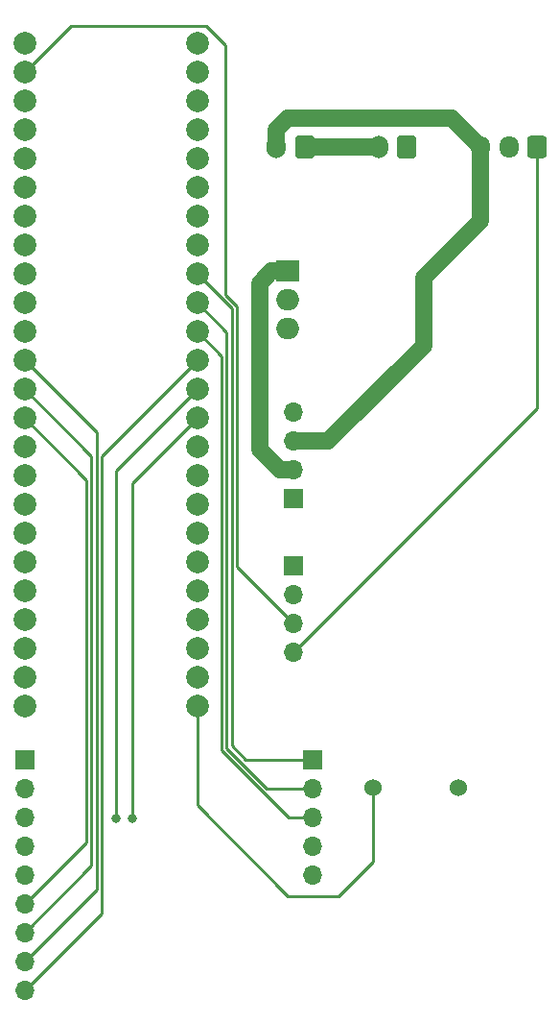
<source format=gbr>
%TF.GenerationSoftware,KiCad,Pcbnew,7.0.7*%
%TF.CreationDate,2024-05-20T18:32:26-04:00*%
%TF.ProjectId,LVPD-board_Payload,4c565044-2d62-46f6-9172-645f5061796c,rev?*%
%TF.SameCoordinates,Original*%
%TF.FileFunction,Copper,L1,Top*%
%TF.FilePolarity,Positive*%
%FSLAX46Y46*%
G04 Gerber Fmt 4.6, Leading zero omitted, Abs format (unit mm)*
G04 Created by KiCad (PCBNEW 7.0.7) date 2024-05-20 18:32:26*
%MOMM*%
%LPD*%
G01*
G04 APERTURE LIST*
G04 Aperture macros list*
%AMRoundRect*
0 Rectangle with rounded corners*
0 $1 Rounding radius*
0 $2 $3 $4 $5 $6 $7 $8 $9 X,Y pos of 4 corners*
0 Add a 4 corners polygon primitive as box body*
4,1,4,$2,$3,$4,$5,$6,$7,$8,$9,$2,$3,0*
0 Add four circle primitives for the rounded corners*
1,1,$1+$1,$2,$3*
1,1,$1+$1,$4,$5*
1,1,$1+$1,$6,$7*
1,1,$1+$1,$8,$9*
0 Add four rect primitives between the rounded corners*
20,1,$1+$1,$2,$3,$4,$5,0*
20,1,$1+$1,$4,$5,$6,$7,0*
20,1,$1+$1,$6,$7,$8,$9,0*
20,1,$1+$1,$8,$9,$2,$3,0*%
G04 Aperture macros list end*
%TA.AperFunction,ComponentPad*%
%ADD10R,1.700000X1.700000*%
%TD*%
%TA.AperFunction,ComponentPad*%
%ADD11O,1.700000X1.700000*%
%TD*%
%TA.AperFunction,ComponentPad*%
%ADD12RoundRect,0.250000X0.600000X0.725000X-0.600000X0.725000X-0.600000X-0.725000X0.600000X-0.725000X0*%
%TD*%
%TA.AperFunction,ComponentPad*%
%ADD13O,1.700000X1.950000*%
%TD*%
%TA.AperFunction,ComponentPad*%
%ADD14R,2.000000X1.905000*%
%TD*%
%TA.AperFunction,ComponentPad*%
%ADD15O,2.000000X1.905000*%
%TD*%
%TA.AperFunction,ComponentPad*%
%ADD16C,2.000000*%
%TD*%
%TA.AperFunction,ComponentPad*%
%ADD17C,1.524000*%
%TD*%
%TA.AperFunction,ComponentPad*%
%ADD18RoundRect,0.250000X0.600000X0.750000X-0.600000X0.750000X-0.600000X-0.750000X0.600000X-0.750000X0*%
%TD*%
%TA.AperFunction,ComponentPad*%
%ADD19O,1.700000X2.000000*%
%TD*%
%TA.AperFunction,ViaPad*%
%ADD20C,0.800000*%
%TD*%
%TA.AperFunction,Conductor*%
%ADD21C,0.250000*%
%TD*%
%TA.AperFunction,Conductor*%
%ADD22C,1.500000*%
%TD*%
G04 APERTURE END LIST*
D10*
%TO.P,J5,1,Pin_1*%
%TO.N,/LVL*%
X105200000Y-136980000D03*
D11*
%TO.P,J5,2,Pin_2*%
%TO.N,/NEPT*%
X105200000Y-139520000D03*
%TO.P,J5,3,Pin_3*%
%TO.N,/FULL*%
X105200000Y-142060000D03*
%TO.P,J5,4,Pin_4*%
%TO.N,unconnected-(J5-Pin_4-Pad4)*%
X105200000Y-144600000D03*
%TO.P,J5,5,Pin_5*%
%TO.N,unconnected-(J5-Pin_5-Pad5)*%
X105200000Y-147140000D03*
%TD*%
D12*
%TO.P,J2,1,Pin_1*%
%TO.N,/VSIG*%
X125000000Y-83000000D03*
D13*
%TO.P,J2,2,Pin_2*%
%TO.N,/EN*%
X122500000Y-83000000D03*
%TO.P,J2,3,Pin_3*%
%TO.N,GND*%
X120000000Y-83000000D03*
%TD*%
D14*
%TO.P,D1,1,K*%
%TO.N,/VBAT*%
X103000000Y-93920000D03*
D15*
%TO.P,D1,2,A*%
%TO.N,/VIN*%
X103000000Y-96460000D03*
%TO.P,D1,3,G*%
%TO.N,/EN*%
X103000000Y-99000000D03*
%TD*%
D16*
%TO.P,Teensy4.1,0,GND*%
%TO.N,GND*%
X79760000Y-73880000D03*
%TO.P,Teensy4.1,1,RX1*%
%TO.N,Net-(J3-Pin_3)*%
X79760000Y-76420000D03*
%TO.P,Teensy4.1,2,TX1*%
%TO.N,unconnected-(Teensy4.1-TX1-Pad2)*%
X79760000Y-78960000D03*
%TO.P,Teensy4.1,3,PWM*%
%TO.N,unconnected-(Teensy4.1-PWM-Pad3)*%
X79760000Y-81500000D03*
%TO.P,Teensy4.1,4,PWM*%
%TO.N,unconnected-(Teensy4.1-PWM-Pad4)*%
X79760000Y-84040000D03*
%TO.P,Teensy4.1,5,PWM*%
%TO.N,unconnected-(Teensy4.1-PWM-Pad5)*%
X79760000Y-86580000D03*
%TO.P,Teensy4.1,6,PWM*%
%TO.N,unconnected-(Teensy4.1-PWM-Pad6)*%
X79760000Y-89120000D03*
%TO.P,Teensy4.1,7,PWM*%
%TO.N,unconnected-(Teensy4.1-PWM-Pad7)*%
X79760000Y-91660000D03*
%TO.P,Teensy4.1,8,RX2*%
%TO.N,unconnected-(Teensy4.1-RX2-Pad8)*%
X79760000Y-94200000D03*
%TO.P,Teensy4.1,9,TX2*%
%TO.N,unconnected-(Teensy4.1-TX2-Pad9)*%
X79760000Y-96740000D03*
%TO.P,Teensy4.1,10,PWM*%
%TO.N,unconnected-(Teensy4.1-PWM-Pad10)*%
X79760000Y-99280000D03*
%TO.P,Teensy4.1,11,CS*%
%TO.N,/CS*%
X79760000Y-101820000D03*
%TO.P,Teensy4.1,12,MOSI*%
%TO.N,/MOSI*%
X79760000Y-104360000D03*
%TO.P,Teensy4.1,13,MISO*%
%TO.N,/MISO*%
X79760000Y-106900000D03*
%TO.P,Teensy4.1,14,3.3V*%
%TO.N,unconnected-(Teensy4.1-3.3V-Pad14)*%
X79760000Y-109440000D03*
%TO.P,Teensy4.1,15,SCL2*%
%TO.N,unconnected-(Teensy4.1-SCL2-Pad15)*%
X79760000Y-111980000D03*
%TO.P,Teensy4.1,16,SDA2*%
%TO.N,unconnected-(Teensy4.1-SDA2-Pad16)*%
X79760000Y-114520000D03*
%TO.P,Teensy4.1,17,MOSI1*%
%TO.N,unconnected-(Teensy4.1-MOSI1-Pad17)*%
X79760000Y-117060000D03*
%TO.P,Teensy4.1,18,SCK1*%
%TO.N,unconnected-(Teensy4.1-SCK1-Pad18)*%
X79760000Y-119600000D03*
%TO.P,Teensy4.1,19,RX7*%
%TO.N,unconnected-(Teensy4.1-RX7-Pad19)*%
X79760000Y-122140000D03*
%TO.P,Teensy4.1,20,TX7*%
%TO.N,unconnected-(Teensy4.1-TX7-Pad20)*%
X79760000Y-124680000D03*
%TO.P,Teensy4.1,21,GPIO*%
%TO.N,unconnected-(Teensy4.1-GPIO-Pad21)*%
X79760000Y-127220000D03*
%TO.P,Teensy4.1,22,GPIO*%
%TO.N,unconnected-(Teensy4.1-GPIO-Pad22)*%
X79760000Y-129760000D03*
%TO.P,Teensy4.1,23,GPIO*%
%TO.N,unconnected-(Teensy4.1-GPIO-Pad23)*%
X79760000Y-132300000D03*
%TO.P,Teensy4.1,24,PWM*%
%TO.N,Net-(BZ1--)*%
X95000000Y-132300000D03*
%TO.P,Teensy4.1,25,RX8*%
%TO.N,unconnected-(Teensy4.1-RX8-Pad25)*%
X95000000Y-129760000D03*
%TO.P,Teensy4.1,26,TX8*%
%TO.N,unconnected-(Teensy4.1-TX8-Pad26)*%
X95000000Y-127220000D03*
%TO.P,Teensy4.1,27,PWM*%
%TO.N,unconnected-(Teensy4.1-PWM-Pad27)*%
X95000000Y-124680000D03*
%TO.P,Teensy4.1,28,PWM*%
%TO.N,unconnected-(Teensy4.1-PWM-Pad28)*%
X95000000Y-122140000D03*
%TO.P,Teensy4.1,29,CS1*%
%TO.N,unconnected-(Teensy4.1-CS1-Pad29)*%
X95000000Y-119600000D03*
%TO.P,Teensy4.1,30,MISO*%
%TO.N,unconnected-(Teensy4.1-MISO-Pad30)*%
X95000000Y-117060000D03*
%TO.P,Teensy4.1,31,A16*%
%TO.N,unconnected-(Teensy4.1-A16-Pad31)*%
X95000000Y-114520000D03*
%TO.P,Teensy4.1,32,A17*%
%TO.N,unconnected-(Teensy4.1-A17-Pad32)*%
X95000000Y-111980000D03*
%TO.P,Teensy4.1,33,GND*%
%TO.N,unconnected-(Teensy4.1-GND-Pad33)*%
X95000000Y-109440000D03*
%TO.P,Teensy4.1,34,SCK*%
%TO.N,/SCK*%
X95000000Y-106900000D03*
%TO.P,Teensy4.1,35,A0*%
%TO.N,/INT*%
X95000000Y-104360000D03*
%TO.P,Teensy4.1,36,A1*%
%TO.N,/RST*%
X95000000Y-101820000D03*
%TO.P,Teensy4.1,37,A2*%
%TO.N,/FULL*%
X95000000Y-99280000D03*
%TO.P,Teensy4.1,38,A3*%
%TO.N,/NEPT*%
X95000000Y-96740000D03*
%TO.P,Teensy4.1,39,SDA*%
%TO.N,/LVL*%
X95000000Y-94200000D03*
%TO.P,Teensy4.1,40,SCL*%
%TO.N,unconnected-(Teensy4.1-SCL-Pad40)*%
X95000000Y-91660000D03*
%TO.P,Teensy4.1,41,TX5*%
%TO.N,unconnected-(Teensy4.1-TX5-Pad41)*%
X95000000Y-89120000D03*
%TO.P,Teensy4.1,42,RX5*%
%TO.N,unconnected-(Teensy4.1-RX5-Pad42)*%
X95000000Y-86580000D03*
%TO.P,Teensy4.1,43,PWM*%
%TO.N,unconnected-(Teensy4.1-PWM-Pad43)*%
X95000000Y-84040000D03*
%TO.P,Teensy4.1,44,PWM*%
%TO.N,unconnected-(Teensy4.1-PWM-Pad44)*%
X95000000Y-81500000D03*
%TO.P,Teensy4.1,45,3.3V*%
%TO.N,unconnected-(Teensy4.1-3.3V-Pad45)*%
X95000000Y-78960000D03*
%TO.P,Teensy4.1,46,GND*%
%TO.N,GND*%
X95000000Y-76420000D03*
%TO.P,Teensy4.1,47,Vin*%
%TO.N,/VCC*%
X95000000Y-73880000D03*
%TD*%
D17*
%TO.P,BZ1,1,-*%
%TO.N,Net-(BZ1--)*%
X110550000Y-139500000D03*
%TO.P,BZ1,2,+*%
%TO.N,GND*%
X118050000Y-139500000D03*
%TD*%
D18*
%TO.P,J6,1,Pin_1*%
%TO.N,/VIN*%
X113500000Y-83000000D03*
D19*
%TO.P,J6,2,Pin_2*%
%TO.N,Net-(J6-Pin_2)*%
X111000000Y-83000000D03*
%TD*%
D18*
%TO.P,J7,1,Pin_1*%
%TO.N,Net-(J6-Pin_2)*%
X104500000Y-83000000D03*
D19*
%TO.P,J7,2,Pin_2*%
%TO.N,GND*%
X102000000Y-83000000D03*
%TD*%
D10*
%TO.P,J4,1,Pin_1*%
%TO.N,/VCC*%
X79800000Y-136980000D03*
D11*
%TO.P,J4,2,Pin_2*%
%TO.N,GND*%
X79800000Y-139520000D03*
%TO.P,J4,3,Pin_3*%
%TO.N,unconnected-(J4-Pin_3-Pad3)*%
X79800000Y-142060000D03*
%TO.P,J4,4,Pin_4*%
%TO.N,/INT*%
X79800000Y-144600000D03*
%TO.P,J4,5,Pin_5*%
%TO.N,/SCK*%
X79800000Y-147140000D03*
%TO.P,J4,6,Pin_6*%
%TO.N,/MISO*%
X79800000Y-149680000D03*
%TO.P,J4,7,Pin_7*%
%TO.N,/MOSI*%
X79800000Y-152220000D03*
%TO.P,J4,8,Pin_8*%
%TO.N,/CS*%
X79800000Y-154760000D03*
%TO.P,J4,9,Pin_9*%
%TO.N,/RST*%
X79800000Y-157300000D03*
%TD*%
D10*
%TO.P,J3,1,Pin_1*%
%TO.N,/VCC*%
X103500000Y-119880000D03*
D11*
%TO.P,J3,2,Pin_2*%
%TO.N,GND*%
X103500000Y-122420000D03*
%TO.P,J3,3,Pin_3*%
%TO.N,Net-(J3-Pin_3)*%
X103500000Y-124960000D03*
%TO.P,J3,4,Pin_4*%
%TO.N,/VSIG*%
X103500000Y-127500000D03*
%TD*%
D10*
%TO.P,J1,1,Pin_1*%
%TO.N,unconnected-(J1-Pin_1-Pad1)*%
X103500000Y-114000000D03*
D11*
%TO.P,J1,2,Pin_2*%
%TO.N,/VBAT*%
X103500000Y-111460000D03*
%TO.P,J1,3,Pin_3*%
%TO.N,GND*%
X103500000Y-108920000D03*
%TO.P,J1,4,Pin_4*%
%TO.N,/VCC*%
X103500000Y-106380000D03*
%TD*%
D20*
%TO.N,/INT*%
X87800000Y-142200000D03*
%TO.N,/SCK*%
X89300000Y-142200000D03*
%TD*%
D21*
%TO.N,Net-(BZ1--)*%
X110550000Y-145950000D02*
X110550000Y-139500000D01*
X107500000Y-149000000D02*
X110550000Y-145950000D01*
X95000000Y-132300000D02*
X95000000Y-141000000D01*
X95000000Y-141000000D02*
X103000000Y-149000000D01*
X103000000Y-149000000D02*
X107500000Y-149000000D01*
D22*
%TO.N,GND*%
X115000000Y-100500000D02*
X115000000Y-94500000D01*
X115000000Y-94500000D02*
X120000000Y-89500000D01*
X117500000Y-80500000D02*
X120000000Y-83000000D01*
X103000000Y-80500000D02*
X117500000Y-80500000D01*
X103500000Y-108920000D02*
X106580000Y-108920000D01*
X120000000Y-89500000D02*
X120000000Y-83000000D01*
X102000000Y-81500000D02*
X103000000Y-80500000D01*
X106580000Y-108920000D02*
X115000000Y-100500000D01*
X102000000Y-83000000D02*
X102000000Y-81500000D01*
%TO.N,/VBAT*%
X100500000Y-109662081D02*
X102297919Y-111460000D01*
X101580000Y-93920000D02*
X100500000Y-95000000D01*
X102297919Y-111460000D02*
X103500000Y-111460000D01*
X100500000Y-95000000D02*
X100500000Y-109662081D01*
X103000000Y-93920000D02*
X101580000Y-93920000D01*
D21*
%TO.N,/VSIG*%
X125000000Y-106000000D02*
X125000000Y-83000000D01*
X103500000Y-127500000D02*
X125000000Y-106000000D01*
%TO.N,Net-(J3-Pin_3)*%
X98500000Y-97063604D02*
X97500000Y-96063604D01*
X95800000Y-72300000D02*
X83880000Y-72300000D01*
X97500000Y-74000000D02*
X95800000Y-72300000D01*
X97500000Y-96063604D02*
X97500000Y-74000000D01*
X103500000Y-124960000D02*
X103460000Y-124960000D01*
X83880000Y-72300000D02*
X79760000Y-76420000D01*
X98500000Y-120000000D02*
X98500000Y-97063604D01*
X103460000Y-124960000D02*
X98500000Y-120000000D01*
%TO.N,/INT*%
X87800000Y-111560000D02*
X95000000Y-104360000D01*
X87800000Y-142200000D02*
X87800000Y-111560000D01*
%TO.N,/SCK*%
X89300000Y-142200000D02*
X89300000Y-112600000D01*
X89300000Y-112600000D02*
X95000000Y-106900000D01*
%TO.N,/MISO*%
X85200000Y-144280000D02*
X85200000Y-112340000D01*
X85200000Y-112340000D02*
X79760000Y-106900000D01*
X79800000Y-149680000D02*
X85200000Y-144280000D01*
X79760000Y-106900000D02*
X79760000Y-107500000D01*
X79760000Y-107500000D02*
X79800000Y-107500000D01*
%TO.N,/MOSI*%
X79800000Y-152220000D02*
X85650000Y-146370000D01*
X85650000Y-110250000D02*
X79760000Y-104360000D01*
X85650000Y-146370000D02*
X85650000Y-110250000D01*
%TO.N,/CS*%
X86100000Y-108160000D02*
X86100000Y-148460000D01*
X86100000Y-148460000D02*
X79800000Y-154760000D01*
X79760000Y-101820000D02*
X86100000Y-108160000D01*
%TO.N,/RST*%
X79800000Y-157300000D02*
X86550000Y-150550000D01*
X86550000Y-150550000D02*
X86550000Y-110270000D01*
X86550000Y-110270000D02*
X95000000Y-101820000D01*
%TO.N,/LVL*%
X98050000Y-135777208D02*
X98050000Y-97250000D01*
X99252792Y-136980000D02*
X98050000Y-135777208D01*
X98050000Y-97250000D02*
X95000000Y-94200000D01*
X95000000Y-94200000D02*
X95200000Y-94200000D01*
X105200000Y-136980000D02*
X99252792Y-136980000D01*
%TO.N,/NEPT*%
X101156396Y-139520000D02*
X97600000Y-135963604D01*
X97600000Y-135963604D02*
X97600000Y-99340000D01*
X105200000Y-139520000D02*
X101156396Y-139520000D01*
X97600000Y-99340000D02*
X95000000Y-96740000D01*
%TO.N,/FULL*%
X97150000Y-101430000D02*
X95000000Y-99280000D01*
X105200000Y-142060000D02*
X103060000Y-142060000D01*
X103060000Y-142060000D02*
X97150000Y-136150000D01*
X97150000Y-136150000D02*
X97150000Y-101430000D01*
D22*
%TO.N,Net-(J6-Pin_2)*%
X104500000Y-83000000D02*
X111000000Y-83000000D01*
%TD*%
M02*

</source>
